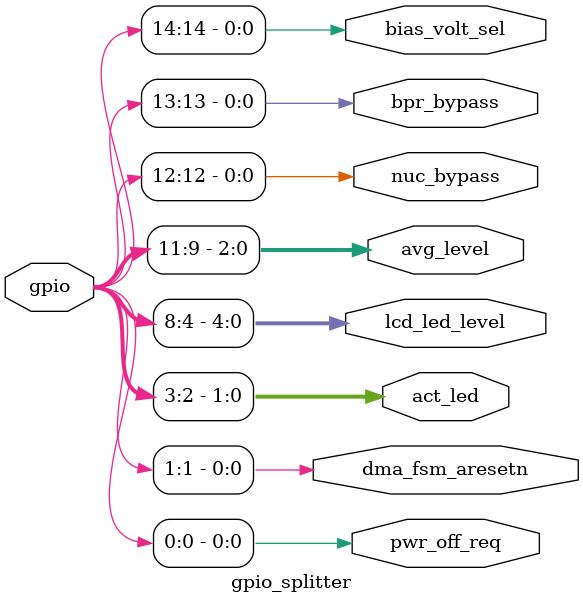
<source format=v>
/* 
 * ----------------------------------------------------------------------------
 *  Project:  OpenIRV
 *  Filename: gpio_splitter.v
 *  Purpose:  GPIO splitter module to simplify AXI GPIO block design.
 * ----------------------------------------------------------------------------
 *  Copyright © 2020-2021, Vaagn Oganesyan <ovgn@protonmail.com>
 *  
 *  Licensed under the Apache License, Version 2.0 (the "License");
 *  you may not use this file except in compliance with the License.
 *  You may obtain a copy of the License at
 *  
 *      http://www.apache.org/licenses/LICENSE-2.0
 *  
 *  Unless required by applicable law or agreed to in writing, software
 *  distributed under the License is distributed on an "AS IS" BASIS,
 *  WITHOUT WARRANTIES OR CONDITIONS OF ANY KIND, either express or implied.
 *  See the License for the specific language governing permissions and
 * ----------------------------------------------------------------------------
 */


`default_nettype none
`timescale 1ps / 1ps


module gpio_splitter
(
    input   wire    [14:0]  gpio,
    
    output  wire            pwr_off_req,
    output  wire            dma_fsm_aresetn,
    output  wire    [1:0]   act_led,
    output  wire    [4:0]   lcd_led_level,
    output  wire    [2:0]   avg_level,
    output  wire            nuc_bypass,
    output  wire            bpr_bypass,
    output  wire            bias_volt_sel
);
    
    assign  pwr_off_req      = gpio[0];
    
    assign  dma_fsm_aresetn  = gpio[1];
    
    assign  act_led[0]       = gpio[2];
    assign  act_led[1]       = gpio[3];
    
    assign  lcd_led_level[0] = gpio[4];
    assign  lcd_led_level[1] = gpio[5];
    assign  lcd_led_level[2] = gpio[6];
    assign  lcd_led_level[3] = gpio[7];
    assign  lcd_led_level[4] = gpio[8];
    
    assign  avg_level[0]     = gpio[9];
    assign  avg_level[1]     = gpio[10];
    assign  avg_level[2]     = gpio[11];
    
    assign  nuc_bypass       = gpio[12];
    assign  bpr_bypass       = gpio[13];
    
    assign  bias_volt_sel    = gpio[14];
    
endmodule

/*-------------------------------------------------------------------------------------------------------------------------------------*/

`default_nettype wire

</source>
